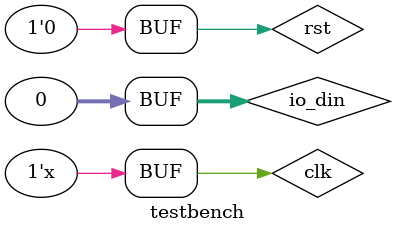
<source format=v>
`timescale 1ns / 1ps


module testbench(

    );
    reg clk;
    reg rst;
    reg [31:0] io_din = 32'h00000000;
    
    CPU cpu(
                  .clk (clk ),
                  .rst (rst ),
                  .io_din(io_din)
              );

    initial begin

        rst = 1;
        clk = 0;
        io_din = 32'b0;

        #30 rst = 0;

    end

    always
        #20 clk = ~clk;

endmodule

</source>
